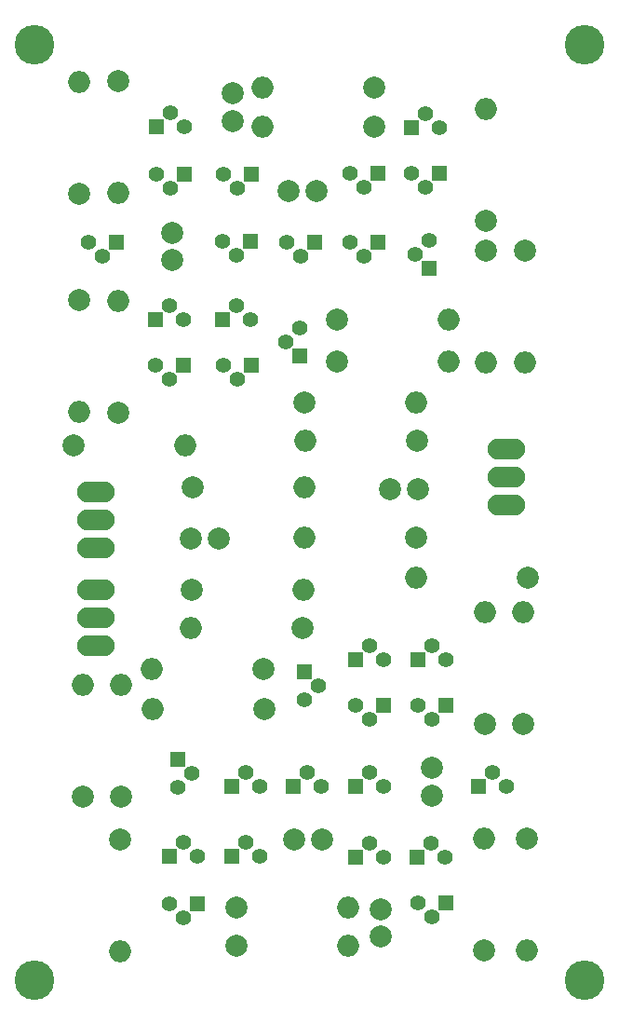
<source format=gts>
G04 #@! TF.FileFunction,Soldermask,Top*
%FSLAX46Y46*%
G04 Gerber Fmt 4.6, Leading zero omitted, Abs format (unit mm)*
G04 Created by KiCad (PCBNEW 4.0.6) date 06/07/18 20:08:10*
%MOMM*%
%LPD*%
G01*
G04 APERTURE LIST*
%ADD10C,0.100000*%
%ADD11C,1.400000*%
%ADD12R,1.400000X1.400000*%
%ADD13C,2.000000*%
%ADD14O,3.410000X1.910000*%
%ADD15O,2.000000X2.000000*%
%ADD16C,3.600000*%
G04 APERTURE END LIST*
D10*
D11*
X185438080Y-116346260D03*
X184168080Y-115076260D03*
D12*
X186708080Y-115076260D03*
D13*
X171744940Y-99932780D03*
X169244940Y-99932780D03*
X187348160Y-95421740D03*
X189848160Y-95421740D03*
X191135300Y-120735380D03*
X191135300Y-123235380D03*
X167531080Y-74616600D03*
X167531080Y-72116600D03*
X178633420Y-127220000D03*
X181133420Y-127220000D03*
X178113990Y-68288190D03*
X180613990Y-68288190D03*
X186504880Y-136076980D03*
X186504880Y-133576980D03*
X173020020Y-59460420D03*
X173020020Y-61960420D03*
D14*
X160619740Y-95706220D03*
X160619740Y-98246220D03*
X160619740Y-100786220D03*
X160619740Y-104535260D03*
X160619740Y-107075260D03*
X160619740Y-109615260D03*
X197939960Y-96879700D03*
X197939960Y-94339700D03*
X197939960Y-91799700D03*
D11*
X169331940Y-121253540D03*
X168061940Y-122523540D03*
D12*
X168061940Y-119983540D03*
D11*
X189601140Y-74045100D03*
X190871140Y-72775100D03*
D12*
X190871140Y-75315100D03*
D11*
X185471100Y-109652360D03*
X186741100Y-110922360D03*
D12*
X184201100Y-110922360D03*
D11*
X173416260Y-85426840D03*
X172146260Y-84156840D03*
D12*
X174686260Y-84156840D03*
D11*
X191105600Y-109652360D03*
X192375600Y-110922360D03*
D12*
X189835600Y-110922360D03*
D11*
X167292320Y-85431920D03*
X166022320Y-84161920D03*
D12*
X168562320Y-84161920D03*
D11*
X180840680Y-113280480D03*
X179570680Y-114550480D03*
D12*
X179570680Y-112010480D03*
D11*
X177848560Y-82025780D03*
X179118560Y-80755780D03*
D12*
X179118560Y-83295780D03*
D11*
X191107360Y-116342360D03*
X189837360Y-115072360D03*
D12*
X192377360Y-115072360D03*
D11*
X167294860Y-78718700D03*
X168564860Y-79988700D03*
D12*
X166024860Y-79988700D03*
D11*
X173403560Y-78733940D03*
X174673560Y-80003940D03*
D12*
X172133560Y-80003940D03*
D11*
X196619160Y-121172260D03*
X197889160Y-122442260D03*
D12*
X195349160Y-122442260D03*
D11*
X185448240Y-121162100D03*
X186718240Y-122432100D03*
D12*
X184178240Y-122432100D03*
D11*
X179839920Y-121172260D03*
X181109920Y-122442260D03*
D12*
X178569920Y-122442260D03*
D11*
X174226520Y-121195120D03*
X175496520Y-122465120D03*
D12*
X172956520Y-122465120D03*
D11*
X161150600Y-74255920D03*
X159880600Y-72985920D03*
D12*
X162420600Y-72985920D03*
D11*
X173401020Y-74207660D03*
X172131020Y-72937660D03*
D12*
X174671020Y-72937660D03*
D11*
X179220160Y-74227980D03*
X177950160Y-72957980D03*
D12*
X180490160Y-72957980D03*
D11*
X185003740Y-74255920D03*
X183733740Y-72985920D03*
D12*
X186273740Y-72985920D03*
D11*
X185445600Y-127562360D03*
X186715600Y-128832360D03*
D12*
X184175600Y-128832360D03*
D11*
X174239220Y-127547660D03*
X175509220Y-128817660D03*
D12*
X172969220Y-128817660D03*
D11*
X173432770Y-68054510D03*
X172162770Y-66784510D03*
D12*
X174702770Y-66784510D03*
D11*
X184954210Y-67998630D03*
X183684210Y-66728630D03*
D12*
X186224210Y-66728630D03*
D11*
X191075600Y-127562360D03*
X192345600Y-128832360D03*
D12*
X189805600Y-128832360D03*
D11*
X168557240Y-127537500D03*
X169827240Y-128807500D03*
D12*
X167287240Y-128807500D03*
D11*
X167349470Y-68110390D03*
X166079470Y-66840390D03*
D12*
X168619470Y-66840390D03*
D11*
X190587930Y-68008790D03*
X189317930Y-66738790D03*
D12*
X191857930Y-66738790D03*
D11*
X191105600Y-134292360D03*
X189835600Y-133022360D03*
D12*
X192375600Y-133022360D03*
D11*
X168557240Y-134380260D03*
X167287240Y-133110260D03*
D12*
X169827240Y-133110260D03*
D11*
X167357090Y-61226990D03*
X168627090Y-62496990D03*
D12*
X166087090Y-62496990D03*
D11*
X190587930Y-61293030D03*
X191857930Y-62563030D03*
D12*
X189317930Y-62563030D03*
D13*
X169278600Y-104535260D03*
D15*
X179438600Y-104535260D03*
D13*
X189674800Y-99785460D03*
D15*
X179514800Y-99785460D03*
D13*
X189801800Y-90997060D03*
D15*
X179641800Y-90997060D03*
D13*
X169354800Y-95264260D03*
D15*
X179514800Y-95264260D03*
D13*
X175897840Y-115363280D03*
D15*
X165737840Y-115363280D03*
D13*
X162834620Y-123392220D03*
D15*
X162834620Y-113232220D03*
D13*
X182471360Y-79998860D03*
D15*
X192631360Y-79998860D03*
D13*
X196027340Y-73760620D03*
D15*
X196027340Y-83920620D03*
D13*
X179380180Y-108025220D03*
D15*
X169220180Y-108025220D03*
D13*
X179542740Y-87522340D03*
D15*
X189702740Y-87522340D03*
D13*
X199875440Y-103476080D03*
D15*
X189715440Y-103476080D03*
D13*
X158549640Y-91436480D03*
D15*
X168709640Y-91436480D03*
D13*
X175849580Y-111741240D03*
D15*
X165689580Y-111741240D03*
D13*
X182471360Y-83854580D03*
D15*
X192631360Y-83854580D03*
D13*
X199428400Y-116742500D03*
D15*
X199428400Y-106582500D03*
D13*
X159095740Y-78266580D03*
D15*
X159095740Y-88426580D03*
D13*
X199801780Y-127181900D03*
D15*
X199801780Y-137341900D03*
D13*
X159080500Y-68589180D03*
D15*
X159080500Y-58429180D03*
D13*
X195963840Y-116742500D03*
D15*
X195963840Y-106582500D03*
D13*
X159400540Y-123338880D03*
D15*
X159400540Y-113178880D03*
D13*
X162644120Y-88492620D03*
D15*
X162644120Y-78332620D03*
D13*
X199603660Y-73760620D03*
D15*
X199603660Y-83920620D03*
D13*
X195849540Y-137306340D03*
D15*
X195849540Y-127146340D03*
D13*
X162763500Y-127220000D03*
D15*
X162763500Y-137380000D03*
D13*
X162611100Y-58335200D03*
D15*
X162611100Y-68495200D03*
D13*
X196071790Y-71031390D03*
D15*
X196071790Y-60871390D03*
D13*
X173373080Y-133394740D03*
D15*
X183533080Y-133394740D03*
D13*
X185872420Y-62477940D03*
D15*
X175712420Y-62477940D03*
D13*
X173345140Y-136887240D03*
D15*
X183505140Y-136887240D03*
D13*
X185872420Y-58901620D03*
D15*
X175712420Y-58901620D03*
D16*
X205000000Y-140000000D03*
X155000000Y-140000000D03*
X155000000Y-55000000D03*
X205000000Y-55000000D03*
M02*

</source>
